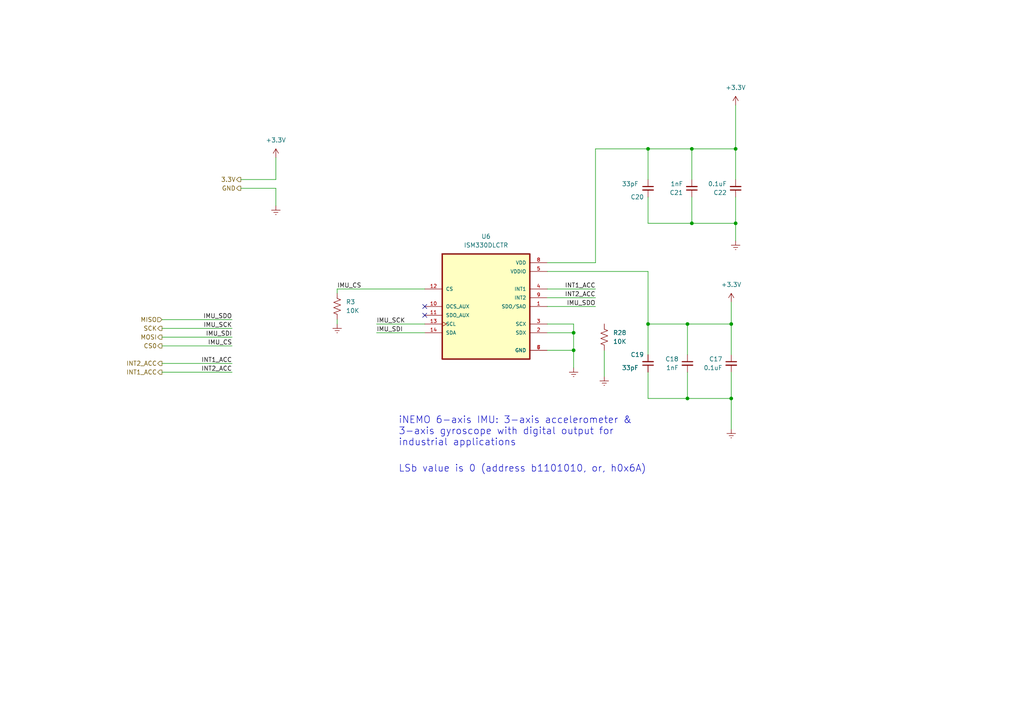
<source format=kicad_sch>
(kicad_sch (version 20250114) (generator "eeschema") (generator_version "9.0")
  (paper "A4")
  (title_block (title "Accelerometer Sensor") (date "2023-07-02") (rev "02") (company "Electronial") (comment 1 "Designed by Electronial") (comment 2 "https://danielismail.com/  ") (comment 3 "Property of NOVOAI[FIVERR]") (comment 4 "@Copyright & Reserved "))
  (lib_symbols
    (symbol "Device:C_Small" (pin_numbers (hide yes)) (pin_names (offset 0.254) (hide yes))
      (property "Reference" "C" (at 0.254 1.778 0))
      (property "Value" "C_Small" (at 0.254 -2.032 0))
      (symbol "C_Small_0_1"
        (polyline (pts (xy -1.524 0.508) (xy 1.524 0.508)) (stroke (width 0.3048)))
        (polyline (pts (xy -1.524 -0.508) (xy 1.524 -0.508)) (stroke (width 0.3302)))
      )
      (symbol "C_Small_1_1"
        (pin passive line (at 0 2.54 270) (length 2.032) (name "~") (number "1"))
        (pin passive line (at 0 -2.54 90) (length 2.032) (name "~") (number "2"))
      )
    )
    (symbol "Device:R_US" (pin_numbers (hide yes)) (pin_names (offset 0))
      (property "Reference" "R" (at 2.54 0 90))
      (property "Value" "R_US" (at -2.54 0 90))
      (symbol "R_US_0_1"
        (polyline (pts (xy 0 2.286) (xy 0 2.54)))
        (polyline (pts (xy 0 2.286) (xy 1.016 1.905) (xy 0 1.524) (xy -1.016 1.143) (xy 0 0.762)))
        (polyline (pts (xy 0 0.762) (xy 1.016 0.381) (xy 0 0) (xy -1.016 -0.381) (xy 0 -0.762)))
        (polyline (pts (xy 0 -0.762) (xy 1.016 -1.143) (xy 0 -1.524) (xy -1.016 -1.905) (xy 0 -2.286)))
        (polyline (pts (xy 0 -2.286) (xy 0 -2.54)))
      )
      (symbol "R_US_1_1"
        (pin passive line (at 0 3.81 270) (length 1.27) (name "~") (number "1"))
        (pin passive line (at 0 -3.81 90) (length 1.27) (name "~") (number "2"))
      )
    )
    (symbol "ISM330DLCTR:ISM330DLCTR" (pin_names (offset 1.016))
      (property "Reference" "U" (at -12.7079 15.2494 0))
      (property "Value" "ISM330DLCTR" (at -12.7243 -17.814 0))
      (symbol "ISM330DLCTR_0_0"
        (rectangle (start -12.7 -15.24) (end 12.7 15.24) (stroke (width 0.41)) (fill (type background)))
        (pin input line (at -17.78 5.08 0) (length 5.08) (name "CS") (number "12"))
        (pin bidirectional line (at -17.78 0 0) (length 5.08) (name "OCS_AUX") (number "10"))
        (pin bidirectional line (at -17.78 -2.54 0) (length 5.08) (name "SDO_AUX") (number "11"))
        (pin bidirectional clock (at -17.78 -5.08 0) (length 5.08) (name "SCL") (number "13"))
        (pin bidirectional line (at -17.78 -7.62 0) (length 5.08) (name "SDA") (number "14"))
        (pin power_in line (at 17.78 12.7 180) (length 5.08) (name "VDD") (number "8"))
        (pin power_in line (at 17.78 10.16 180) (length 5.08) (name "VDDIO") (number "5"))
        (pin output line (at 17.78 5.08 180) (length 5.08) (name "INT1") (number "4"))
        (pin output line (at 17.78 2.54 180) (length 5.08) (name "INT2") (number "9"))
        (pin output line (at 17.78 0 180) (length 5.08) (name "SDO/SAO") (number "1"))
        (pin bidirectional line (at 17.78 -5.08 180) (length 5.08) (name "SCX") (number "3"))
        (pin bidirectional line (at 17.78 -7.62 180) (length 5.08) (name "SDX") (number "2"))
        (pin power_in line (at 17.78 -12.7 180) (length 5.08) (name "GND") (number "6"))
        (pin power_in line (at 17.78 -12.7 180) (length 5.08) (name "GND") (number "7"))
      )
    )
    (symbol "power:+3.3V" (power) (pin_names (offset 0))
      (property "Value" "+3.3V" (at 0 3.556 0))
      (symbol "+3.3V_0_1"
        (polyline (pts (xy -0.762 1.27) (xy 0 2.54)))
        (polyline (pts (xy 0 2.54) (xy 0.762 1.27)))
        (polyline (pts (xy 0 0) (xy 0 2.54)))
      )
      (symbol "+3.3V_1_1"
        (pin power_in line (at 0 0 90) (length 0) (hide yes) (name "+3.3V") (number "1"))
      )
    )
    (symbol "power:Earth" (power) (pin_names (offset 0))
      (symbol "Earth_0_1"
        (polyline (pts (xy -0.635 -1.905) (xy 0.635 -1.905)))
        (polyline (pts (xy -0.127 -2.54) (xy 0.127 -2.54)))
        (polyline (pts (xy 0 -1.27) (xy 0 0)))
        (polyline (pts (xy 1.27 -1.27) (xy -1.27 -1.27)))
      )
      (symbol "Earth_1_1"
        (pin power_in line (at 0 0 270) (length 0) (hide yes) (name "Earth") (number "1"))
      )
    )
  )
  (text "LSb value is 0 (address b1101010, or, h0x6A)" (at 115.57 137.16 0) (effects (font (size 2 2)) (justify left bottom)))
  (text "iNEMO 6-axis IMU: 3-axis accelerometer & \n3-axis gyroscope with digital output for \nindustrial applications" (at 115.57 129.54 0) (effects (font (size 2 2)) (justify left bottom)))
  (junction (at 166.37 96.52))
  (junction (at 213.36 43.18))
  (junction (at 213.36 64.77))
  (junction (at 200.66 64.77))
  (junction (at 166.37 101.6))
  (junction (at 200.66 43.18))
  (junction (at 199.39 115.57))
  (junction (at 199.39 93.98))
  (junction (at 187.96 43.18))
  (junction (at 212.09 93.98))
  (junction (at 187.96 93.98))
  (junction (at 212.09 115.57))
  (no_connect (at 123.19 91.44))
  (no_connect (at 123.19 88.9))
  (wire (pts (xy 166.37 93.98) (xy 166.37 96.52)))
  (wire (pts (xy 158.75 78.74) (xy 187.96 78.74)))
  (wire (pts (xy 46.99 105.41) (xy 67.31 105.41)))
  (wire (pts (xy 200.66 64.77) (xy 213.36 64.77)))
  (wire (pts (xy 213.36 57.15) (xy 213.36 64.77)))
  (wire (pts (xy 187.96 57.15) (xy 187.96 64.77)))
  (wire (pts (xy 97.79 92.6567) (xy 97.79 93.98)))
  (wire (pts (xy 109.22 93.98) (xy 123.19 93.98)))
  (wire (pts (xy 172.72 83.82) (xy 158.75 83.82)))
  (wire (pts (xy 187.96 43.18) (xy 200.66 43.18)))
  (wire (pts (xy 213.36 64.77) (xy 213.36 69.85)))
  (wire (pts (xy 212.09 107.95) (xy 212.09 115.57)))
  (wire (pts (xy 97.79 83.82) (xy 97.79 85.0367)))
  (wire (pts (xy 172.72 43.18) (xy 187.96 43.18)))
  (wire (pts (xy 46.99 97.79) (xy 67.31 97.79)))
  (wire (pts (xy 187.96 93.98) (xy 187.96 102.87)))
  (wire (pts (xy 172.72 86.36) (xy 158.75 86.36)))
  (wire (pts (xy 158.75 76.2) (xy 172.72 76.2)))
  (wire (pts (xy 212.09 93.98) (xy 199.39 93.98)))
  (wire (pts (xy 200.66 57.15) (xy 200.66 64.77)))
  (wire (pts (xy 158.75 101.6) (xy 166.37 101.6)))
  (wire (pts (xy 199.39 115.57) (xy 212.09 115.57)))
  (wire (pts (xy 46.99 92.71) (xy 67.31 92.71)))
  (wire (pts (xy 212.09 115.57) (xy 212.09 124.46)))
  (wire (pts (xy 46.99 95.25) (xy 67.31 95.25)))
  (wire (pts (xy 187.96 107.95) (xy 187.96 115.57)))
  (wire (pts (xy 213.36 43.18) (xy 213.36 52.07)))
  (wire (pts (xy 212.09 93.98) (xy 212.09 102.87)))
  (wire (pts (xy 69.85 54.61) (xy 80.01 54.61)))
  (wire (pts (xy 69.85 52.07) (xy 80.01 52.07)))
  (wire (pts (xy 80.01 59.69) (xy 80.01 54.61)))
  (wire (pts (xy 80.01 45.72) (xy 80.01 52.07)))
  (wire (pts (xy 109.22 96.52) (xy 123.19 96.52)))
  (wire (pts (xy 46.99 107.95) (xy 67.31 107.95)))
  (wire (pts (xy 187.96 115.57) (xy 199.39 115.57)))
  (wire (pts (xy 199.39 93.98) (xy 187.96 93.98)))
  (wire (pts (xy 97.79 83.82) (xy 123.19 83.82)))
  (wire (pts (xy 166.37 96.52) (xy 166.37 101.6)))
  (wire (pts (xy 199.39 93.98) (xy 199.39 102.87)))
  (wire (pts (xy 187.96 78.74) (xy 187.96 93.98)))
  (wire (pts (xy 46.99 100.33) (xy 67.31 100.33)))
  (wire (pts (xy 200.66 52.07) (xy 200.66 43.18)))
  (wire (pts (xy 213.36 30.48) (xy 213.36 43.18)))
  (wire (pts (xy 166.37 101.6) (xy 166.37 106.68)))
  (wire (pts (xy 158.75 88.9) (xy 172.72 88.9)))
  (wire (pts (xy 158.75 93.98) (xy 166.37 93.98)))
  (wire (pts (xy 200.66 43.18) (xy 213.36 43.18)))
  (wire (pts (xy 158.75 96.52) (xy 166.37 96.52)))
  (wire (pts (xy 172.72 76.2) (xy 172.72 43.18)))
  (wire (pts (xy 199.39 107.95) (xy 199.39 115.57)))
  (wire (pts (xy 212.09 87.63) (xy 212.09 93.98)))
  (wire (pts (xy 187.96 64.77) (xy 200.66 64.77)))
  (wire (pts (xy 175.26 101.6) (xy 175.26 109.22)))
  (wire (pts (xy 187.96 43.18) (xy 187.96 52.07)))
  (label "INT1_ACC" (at 172.72 83.82 180))
  (label "IMU_SCK" (at 109.22 93.98 0))
  (label "IMU_SDI" (at 109.22 96.52 0))
  (label "IMU_SDO" (at 172.72 88.9 180))
  (label "INT2_ACC" (at 172.72 86.36 180))
  (label "IMU_CS" (at 97.79 83.82 0))
  (label "IMU_CS" (at 67.31 100.33 180))
  (label "INT1_ACC" (at 67.31 105.41 180))
  (label "INT2_ACC" (at 67.31 107.95 180))
  (label "IMU_SCK" (at 67.31 95.25 180))
  (label "IMU_SDO" (at 67.31 92.71 180))
  (label "IMU_SDI" (at 67.31 97.79 180))
  (hierarchical_label "CS0" (shape output) (at 46.99 100.33 180))
  (hierarchical_label "GND" (shape output) (at 69.85 54.61 180))
  (hierarchical_label "INT2_ACC" (shape output) (at 46.99 105.41 180))
  (hierarchical_label "SCK" (shape output) (at 46.99 95.25 180))
  (hierarchical_label "MOSI" (shape output) (at 46.99 97.79 180))
  (hierarchical_label "INT1_ACC" (shape output) (at 46.99 107.95 180))
  (hierarchical_label "MISO" (shape input) (at 46.99 92.71 180))
  (hierarchical_label "3.3V" (shape output) (at 69.85 52.07 180))
  (symbol (lib_id "power:+3.3V") (at 212.09 87.63 0) (unit 1)
    (property "Reference" "#PWR0167" (effects (hide yes)))
    (property "Value" "+3.3V" (at 212.09 82.55 0))
  )
  (symbol (lib_id "power:Earth") (at 97.79 93.98 0) (unit 1)
    (property "Reference" "#PWR05" (effects (hide yes)))
    (property "Value" "Earth" (effects (hide yes)))
  )
  (symbol (lib_id "Device:R_US") (at 175.26 97.79 180) (unit 1)
    (property "Reference" "R28" (at 177.8 96.5199 0) (effects (justify right)))
    (property "Value" "10K" (at 177.8 99.0599 0) (effects (justify right)))
    (property "Footprint" "Resistor_SMD:R_0603_1608Metric_Pad0.98x0.95mm_HandSolder" (effects (hide yes)))
    (property "PRICE" "0.1" (effects (hide yes)))
    (property "Manufacturer_Part_Number" "CRGH0603F10K" (effects (hide yes)))
    (property "LCSC mfr" "RC0603FR-7W10KL" (effects (hide yes)))
  )
  (symbol (lib_id "Device:C_Small") (at 187.96 54.61 0) (unit 1)
    (property "Reference" "C20" (at 182.88 57.15 0) (effects (justify left)))
    (property "Value" "33pF" (at 180.34 53.34 0) (effects (justify left)))
    (property "Footprint" "Capacitor_SMD:C_0603_1608Metric_Pad1.08x0.95mm_HandSolder" (effects (hide yes)))
    (property "PRICE" "0.1" (effects (hide yes)))
    (property "Manufacturer_Part_Number" "0603N330G500CT" (effects (hide yes)))
    (property "LCSC mfr" "CC0603GRNPO9BN330" (effects (hide yes)))
  )
  (symbol (lib_id "power:Earth") (at 175.26 109.22 0) (unit 1)
    (property "Reference" "#PWR012" (effects (hide yes)))
    (property "Value" "Earth" (effects (hide yes)))
  )
  (symbol (lib_id "Device:C_Small") (at 200.66 54.61 180) (unit 1)
    (property "Reference" "C21" (at 198.12 55.88 0) (effects (justify left)))
    (property "Value" "1nF" (at 198.12 53.34 0) (effects (justify left)))
    (property "Footprint" "Capacitor_SMD:C_0603_1608Metric_Pad1.08x0.95mm_HandSolder" (effects (hide yes)))
    (property "PRICE" "0.1" (effects (hide yes)))
    (property "Manufacturer_Part_Number" "0603N102F500CT" (effects (hide yes)))
    (property "LCSC mfr" "0603B102J500NT" (effects (hide yes)))
  )
  (symbol (lib_id "power:Earth") (at 80.01 59.69 0) (unit 1)
    (property "Reference" "#PWR0164" (effects (hide yes)))
    (property "Value" "Earth" (effects (hide yes)))
  )
  (symbol (lib_id "Device:C_Small") (at 213.36 54.61 180) (unit 1)
    (property "Reference" "C22" (at 210.82 55.8738 0) (effects (justify left)))
    (property "Value" "0.1uF" (at 210.82 53.3338 0) (effects (justify left)))
    (property "Footprint" "Capacitor_SMD:C_0603_1608Metric_Pad1.08x0.95mm_HandSolder" (effects (hide yes)))
    (property "PRICE" "0.1" (effects (hide yes)))
    (property "Manufacturer_Part_Number" "CL10B104JB8NNND" (effects (hide yes)))
    (property "LCSC mfr" "TCC0603X7R104K500CT" (effects (hide yes)))
  )
  (symbol (lib_id "Device:R_US") (at 97.79 88.8467 180) (unit 1)
    (property "Reference" "R3" (at 100.33 87.5766 0) (effects (justify right)))
    (property "Value" "10K" (at 100.33 90.1166 0) (effects (justify right)))
    (property "Footprint" "Resistor_SMD:R_0603_1608Metric_Pad0.98x0.95mm_HandSolder" (effects (hide yes)))
    (property "PRICE" "0.1" (effects (hide yes)))
    (property "Manufacturer_Part_Number" "CRGH0603F10K" (effects (hide yes)))
    (property "LCSC mfr" "RC0603FR-7W10KL" (effects (hide yes)))
  )
  (symbol (lib_id "power:+3.3V") (at 213.36 30.48 0) (unit 1)
    (property "Reference" "#PWR010" (effects (hide yes)))
    (property "Value" "+3.3V" (at 213.36 25.4 0))
  )
  (symbol (lib_id "power:Earth") (at 213.36 69.85 0) (unit 1)
    (property "Reference" "#PWR0161" (effects (hide yes)))
    (property "Value" "Earth" (effects (hide yes)))
  )
  (symbol (lib_id "power:Earth") (at 212.09 124.46 0) (unit 1)
    (property "Reference" "#PWR0163" (effects (hide yes)))
    (property "Value" "Earth" (effects (hide yes)))
  )
  (symbol (lib_id "power:+3.3V") (at 80.01 45.72 0) (unit 1)
    (property "Reference" "#PWR0165" (effects (hide yes)))
    (property "Value" "+3.3V" (at 80.01 40.64 0))
  )
  (symbol (lib_id "Device:C_Small") (at 199.39 105.41 0) (mirror y) (unit 1)
    (property "Reference" "C18" (at 196.85 104.14 0) (effects (justify left)))
    (property "Value" "1nF" (at 196.85 106.68 0) (effects (justify left)))
    (property "Footprint" "Capacitor_SMD:C_0603_1608Metric_Pad1.08x0.95mm_HandSolder" (effects (hide yes)))
    (property "PRICE" "0.1" (effects (hide yes)))
    (property "Manufacturer_Part_Number" "0603N102F500CT" (effects (hide yes)))
    (property "LCSC mfr" "0603B102J500NT" (effects (hide yes)))
  )
  (symbol (lib_id "Device:C_Small") (at 187.96 105.41 0) (mirror x) (unit 1)
    (property "Reference" "C19" (at 182.88 102.87 0) (effects (justify left)))
    (property "Value" "33pF" (at 180.34 106.68 0) (effects (justify left)))
    (property "Footprint" "Capacitor_SMD:C_0603_1608Metric_Pad1.08x0.95mm_HandSolder" (effects (hide yes)))
    (property "PRICE" "0.1" (effects (hide yes)))
    (property "Manufacturer_Part_Number" "0603N330G500CT" (effects (hide yes)))
    (property "LCSC mfr" "CC0603GRNPO9BN330" (effects (hide yes)))
  )
  (symbol (lib_id "power:Earth") (at 166.37 106.68 0) (mirror y) (unit 1)
    (property "Reference" "#PWR09" (effects (hide yes)))
    (property "Value" "Earth" (effects (hide yes)))
  )
  (symbol (lib_id "ISM330DLCTR:ISM330DLCTR") (at 140.97 88.9 0) (unit 1)
    (property "Reference" "U6" (at 140.97 68.58 0))
    (property "Value" "ISM330DLCTR" (at 140.97 71.12 0))
    (property "Footprint" "Footprint:PQFN50P250X300X86-14N" (effects (hide yes)))
    (property "Datasheet" "https://www.st.com/resource/en/datasheet/ism330dlc.pdf" (effects (hide yes)))
    (property "PARTREV" "2" (effects (hide yes)))
    (property "MANUFACTURER" "STMicroelectronics" (effects (hide yes)))
    (property "STANDARD" "IPC-7351B" (effects (hide yes)))
    (property "Manufacturer_Part_Number" "ISM330DLCTR" (effects (hide yes)))
  )
  (symbol (lib_id "Device:C_Small") (at 212.09 105.41 0) (mirror y) (unit 1)
    (property "Reference" "C17" (at 209.55 104.1462 0) (effects (justify left)))
    (property "Value" "0.1uF" (at 209.55 106.6862 0) (effects (justify left)))
    (property "Footprint" "Capacitor_SMD:C_0603_1608Metric_Pad1.08x0.95mm_HandSolder" (effects (hide yes)))
    (property "PRICE" "0.1" (effects (hide yes)))
    (property "Manufacturer_Part_Number" "CL10B104JB8NNND" (effects (hide yes)))
    (property "LCSC mfr" "TCC0603X7R104K500CT" (effects (hide yes)))
  )
)
</source>
